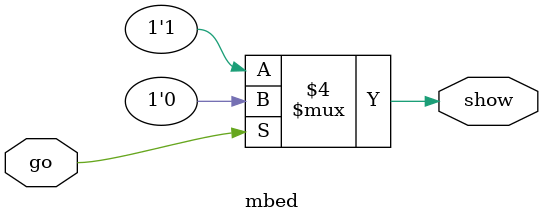
<source format=v>
module mbed(go, show);

	input go;
	output show;
	reg show;
	
	always@(go) begin
		if (go==0) show = 1;
		else show = 0;
	end

endmodule
</source>
